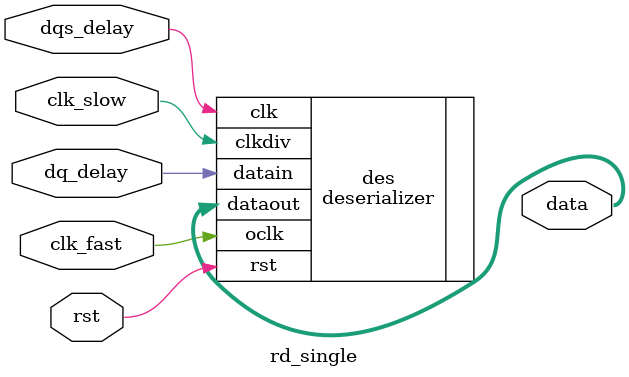
<source format=sv>
module rd_single(
    input logic clk_slow,
    input logic clk_fast,
    input logic rst,
    input logic dqs_delay,
    input logic dq_delay,
    output logic [4 - 1 : 0] data
);

    deserializer des(
        .clk(dqs_delay),
        .clkdiv(clk_slow),
        .oclk(clk_fast),
        .rst(rst),
        .datain(dq_delay),
        .dataout(data)
    );


endmodule
</source>
